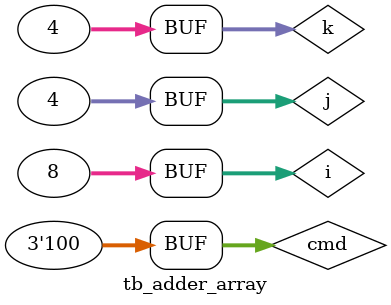
<source format=v>
`timescale 1ns / 1ps


module tb_adder_array();

    reg [2:0] cmd;
    reg [32-1:0] ain[3:0];
    reg [32-1:0] bin[3:0];

    wire [32-1:0] dout0, dout1, dout2, dout3;
    wire [3:0] overflow;
    
    //for test
    integer i,j,k;
    //random test vector generation
    initial begin
        for(i=0; i<8; i=i+1) begin
            cmd = i;
            for(j=0; j<4; j=j+1) begin
                for(k=0; k<4; k=k+1) begin
                    ain[k] = $urandom%(2**31);
                    bin[k] = $urandom%(2**31);
                end
                #20;
            end  // for each cmd, make random input
        end 
        
        #100;
        cmd = 4;
        ain[0] = {(32){1'b1}};
        ain[1] = {(32){1'b0}};
        ain[2] = {(32){1'b1}};
        ain[3] = {(32){1'b0}};
        bin[0] = {(32){1'b1}};
        bin[1] = {(32){1'b1}};
        bin[2] = {(32){1'b1}};
        bin[3] = {(32){1'b1}};
        
    end
    
    adder_array ADDARRAY(
        .cmd(cmd),
        .ain0(ain[0]),
        .ain1(ain[1]),
        .ain2(ain[2]),
        .ain3(ain[3]),
        .bin0(bin[0]),
        .bin1(bin[1]),
        .bin2(bin[2]),
        .bin3(bin[3]),
        .dout0(dout0),
        .dout1(dout1),
        .dout2(dout2),
        .dout3(dout3),
        .overflow(overflow)
    );
    
    
endmodule

</source>
